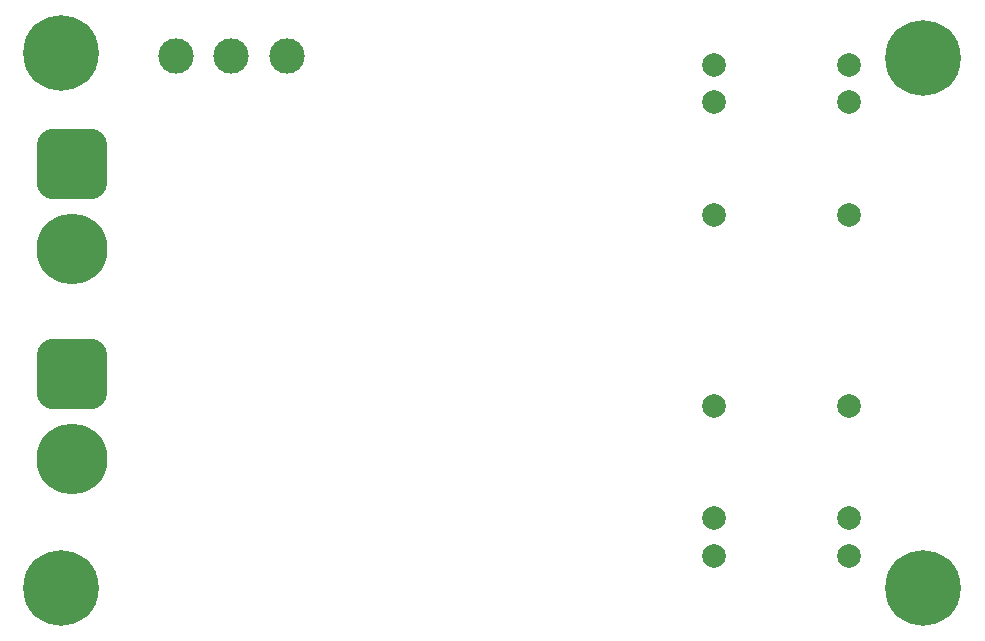
<source format=gbr>
%TF.GenerationSoftware,KiCad,Pcbnew,9.0.0*%
%TF.CreationDate,2025-03-23T10:17:34+01:00*%
%TF.ProjectId,Pcb_Ampli2,5063625f-416d-4706-9c69-322e6b696361,rev?*%
%TF.SameCoordinates,Original*%
%TF.FileFunction,Soldermask,Bot*%
%TF.FilePolarity,Negative*%
%FSLAX46Y46*%
G04 Gerber Fmt 4.6, Leading zero omitted, Abs format (unit mm)*
G04 Created by KiCad (PCBNEW 9.0.0) date 2025-03-23 10:17:34*
%MOMM*%
%LPD*%
G01*
G04 APERTURE LIST*
G04 Aperture macros list*
%AMRoundRect*
0 Rectangle with rounded corners*
0 $1 Rounding radius*
0 $2 $3 $4 $5 $6 $7 $8 $9 X,Y pos of 4 corners*
0 Add a 4 corners polygon primitive as box body*
4,1,4,$2,$3,$4,$5,$6,$7,$8,$9,$2,$3,0*
0 Add four circle primitives for the rounded corners*
1,1,$1+$1,$2,$3*
1,1,$1+$1,$4,$5*
1,1,$1+$1,$6,$7*
1,1,$1+$1,$8,$9*
0 Add four rect primitives between the rounded corners*
20,1,$1+$1,$2,$3,$4,$5,0*
20,1,$1+$1,$4,$5,$6,$7,0*
20,1,$1+$1,$6,$7,$8,$9,0*
20,1,$1+$1,$8,$9,$2,$3,0*%
G04 Aperture macros list end*
%ADD10C,2.006600*%
%ADD11C,0.800000*%
%ADD12C,6.400000*%
%ADD13RoundRect,1.500000X-1.500000X1.500000X-1.500000X-1.500000X1.500000X-1.500000X1.500000X1.500000X0*%
%ADD14C,6.000000*%
%ADD15C,3.000000*%
G04 APERTURE END LIST*
D10*
%TO.C,J2*%
X147200000Y-63400000D03*
X135770000Y-63400000D03*
X147200000Y-50700000D03*
X135770000Y-50700000D03*
X147200000Y-53900008D03*
X135770000Y-53900008D03*
%TD*%
%TO.C,J3*%
X135751600Y-79558896D03*
X147181600Y-79558896D03*
X135751600Y-92258896D03*
X147181600Y-92258896D03*
X135751600Y-89058888D03*
X147181600Y-89058888D03*
%TD*%
D11*
%TO.C,H4*%
X151100000Y-95000000D03*
X151802944Y-93302944D03*
X151802944Y-96697056D03*
X153500000Y-92600000D03*
D12*
X153500000Y-95000000D03*
D11*
X153500000Y-97400000D03*
X155197056Y-93302944D03*
X155197056Y-96697056D03*
X155900000Y-95000000D03*
%TD*%
%TO.C,H1*%
X78100000Y-49700000D03*
X78802944Y-48002944D03*
X78802944Y-51397056D03*
X80500000Y-47300000D03*
D12*
X80500000Y-49700000D03*
D11*
X80500000Y-52100000D03*
X82197056Y-48002944D03*
X82197056Y-51397056D03*
X82900000Y-49700000D03*
%TD*%
%TO.C,H2*%
X151100000Y-50100000D03*
X151802944Y-48402944D03*
X151802944Y-51797056D03*
X153500000Y-47700000D03*
D12*
X153500000Y-50100000D03*
D11*
X153500000Y-52500000D03*
X155197056Y-48402944D03*
X155197056Y-51797056D03*
X155900000Y-50100000D03*
%TD*%
D13*
%TO.C,J4*%
X81400000Y-76900000D03*
D14*
X81400000Y-84100000D03*
%TD*%
D11*
%TO.C,H3*%
X78100000Y-95000000D03*
X78802944Y-93302944D03*
X78802944Y-96697056D03*
X80500000Y-92600000D03*
D12*
X80500000Y-95000000D03*
D11*
X80500000Y-97400000D03*
X82197056Y-93302944D03*
X82197056Y-96697056D03*
X82900000Y-95000000D03*
%TD*%
D13*
%TO.C,J1*%
X81400000Y-59100000D03*
D14*
X81400000Y-66300000D03*
%TD*%
D15*
%TO.C,SW1*%
X99600000Y-50000000D03*
X94900000Y-50000000D03*
X90200000Y-50000000D03*
%TD*%
M02*

</source>
